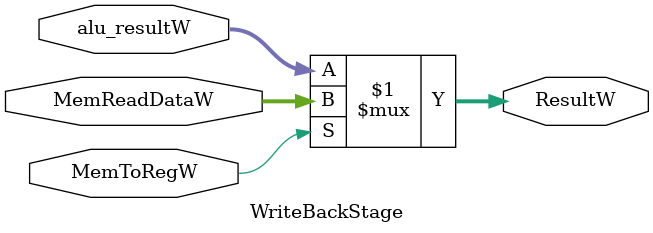
<source format=v>
module WriteBackStage(
    input               MemToRegW,
    input       [15:0]  MemReadDataW, alu_resultW,
    output      [15:0]  ResultW
);

assign ResultW = MemToRegW ? MemReadDataW : alu_resultW;

endmodule

</source>
